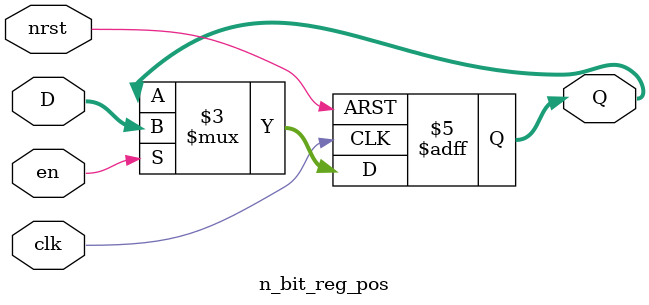
<source format=v>
`timescale 1ns / 1ps


module n_bit_reg_pos
    #(parameter WIDTH = 32)( // define a default width
 input [WIDTH-1:0] D,
 input clk, en, nrst,
 output reg [WIDTH-1:0] Q
 );
//system trigered at positive edge of the clock or negative edge of reset
 always @(posedge clk or negedge nrst)
    begin
        if (!nrst) begin // Low-active reset signal
            Q <= 0;//output =zero
        end
        else if (en) begin // high-active enable signal
            Q <= D; //output = input
        end
    end
endmodule

</source>
